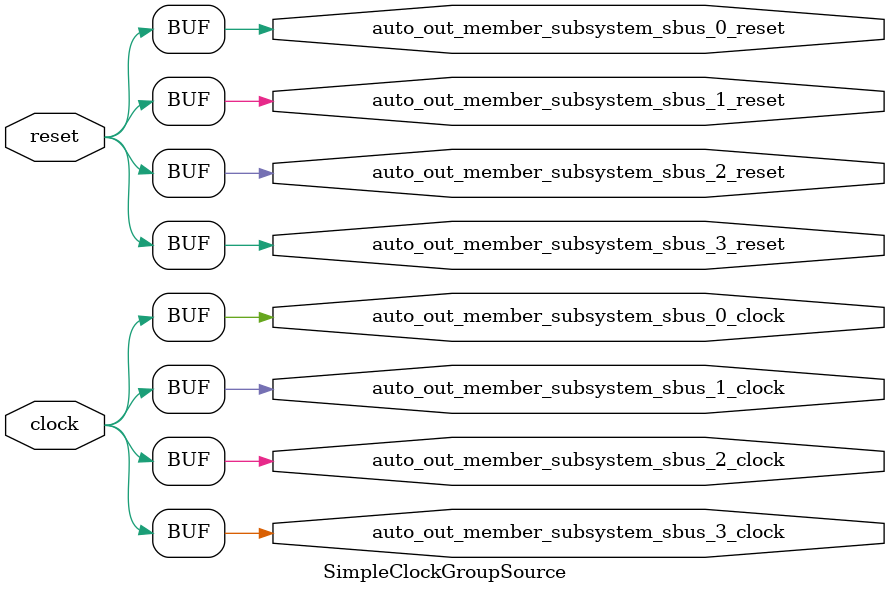
<source format=v>
`default_nettype wire
`include "timescale.vh"
module SimpleClockGroupSource(
  input   clock,
  input   reset,
  output  auto_out_member_subsystem_sbus_3_clock,
  output  auto_out_member_subsystem_sbus_3_reset,
  output  auto_out_member_subsystem_sbus_2_clock,
  output  auto_out_member_subsystem_sbus_2_reset,
  output  auto_out_member_subsystem_sbus_1_clock,
  output  auto_out_member_subsystem_sbus_1_reset,
  output  auto_out_member_subsystem_sbus_0_clock,
  output  auto_out_member_subsystem_sbus_0_reset
);
  assign auto_out_member_subsystem_sbus_3_clock = clock;
  assign auto_out_member_subsystem_sbus_3_reset = reset;
  assign auto_out_member_subsystem_sbus_2_clock = clock;
  assign auto_out_member_subsystem_sbus_2_reset = reset;
  assign auto_out_member_subsystem_sbus_1_clock = clock;
  assign auto_out_member_subsystem_sbus_1_reset = reset;
  assign auto_out_member_subsystem_sbus_0_clock = clock;
  assign auto_out_member_subsystem_sbus_0_reset = reset;
endmodule
</source>
